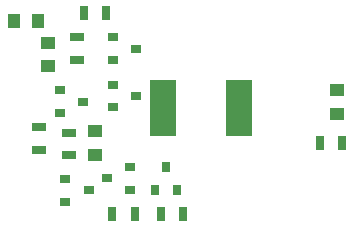
<source format=gbr>
G04 #@! TF.GenerationSoftware,KiCad,Pcbnew,5.0-dev-unknown-997d4de~62~ubuntu17.10.1*
G04 #@! TF.CreationDate,2018-02-23T16:35:03-08:00*
G04 #@! TF.ProjectId,Daughter_Board,44617567687465725F426F6172642E6B,0.1*
G04 #@! TF.SameCoordinates,Original*
G04 #@! TF.FileFunction,Paste,Top*
G04 #@! TF.FilePolarity,Positive*
%FSLAX46Y46*%
G04 Gerber Fmt 4.6, Leading zero omitted, Abs format (unit mm)*
G04 Created by KiCad (PCBNEW 5.0-dev-unknown-997d4de~62~ubuntu17.10.1) date Fri Feb 23 16:35:03 2018*
%MOMM*%
%LPD*%
G01*
G04 APERTURE LIST*
%ADD10R,2.200000X4.700000*%
%ADD11R,1.250000X1.000000*%
%ADD12R,0.900000X0.800000*%
%ADD13R,0.800000X0.900000*%
%ADD14R,1.300000X0.700000*%
%ADD15R,0.700000X1.300000*%
%ADD16R,1.000000X1.250000*%
G04 APERTURE END LIST*
D10*
X108200000Y-91000000D03*
X101800000Y-91000000D03*
D11*
X116500000Y-91500000D03*
X116500000Y-89500000D03*
X96000000Y-93000000D03*
X96000000Y-95000000D03*
D12*
X97000000Y-97000000D03*
X99000000Y-96050000D03*
X99000000Y-97950000D03*
X93500000Y-97050000D03*
X93500000Y-98950000D03*
X95500000Y-98000000D03*
X93000000Y-89550000D03*
X93000000Y-91450000D03*
X95000000Y-90500000D03*
X99500000Y-86000000D03*
X97500000Y-86950000D03*
X97500000Y-85050000D03*
X97500000Y-89050000D03*
X97500000Y-90950000D03*
X99500000Y-90000000D03*
D13*
X102000000Y-96000000D03*
X102950000Y-98000000D03*
X101050000Y-98000000D03*
D14*
X94500000Y-86950000D03*
X94500000Y-85050000D03*
X91300000Y-92675000D03*
X91300000Y-94575000D03*
D15*
X96950000Y-83000000D03*
X95050000Y-83000000D03*
D14*
X93825000Y-93150000D03*
X93825000Y-95050000D03*
D15*
X101550000Y-100000000D03*
X103450000Y-100000000D03*
X99375000Y-100000000D03*
X97475000Y-100000000D03*
X116950000Y-94000000D03*
X115050000Y-94000000D03*
D11*
X92000000Y-85500000D03*
X92000000Y-87500000D03*
D16*
X91175000Y-83675000D03*
X89175000Y-83675000D03*
M02*

</source>
